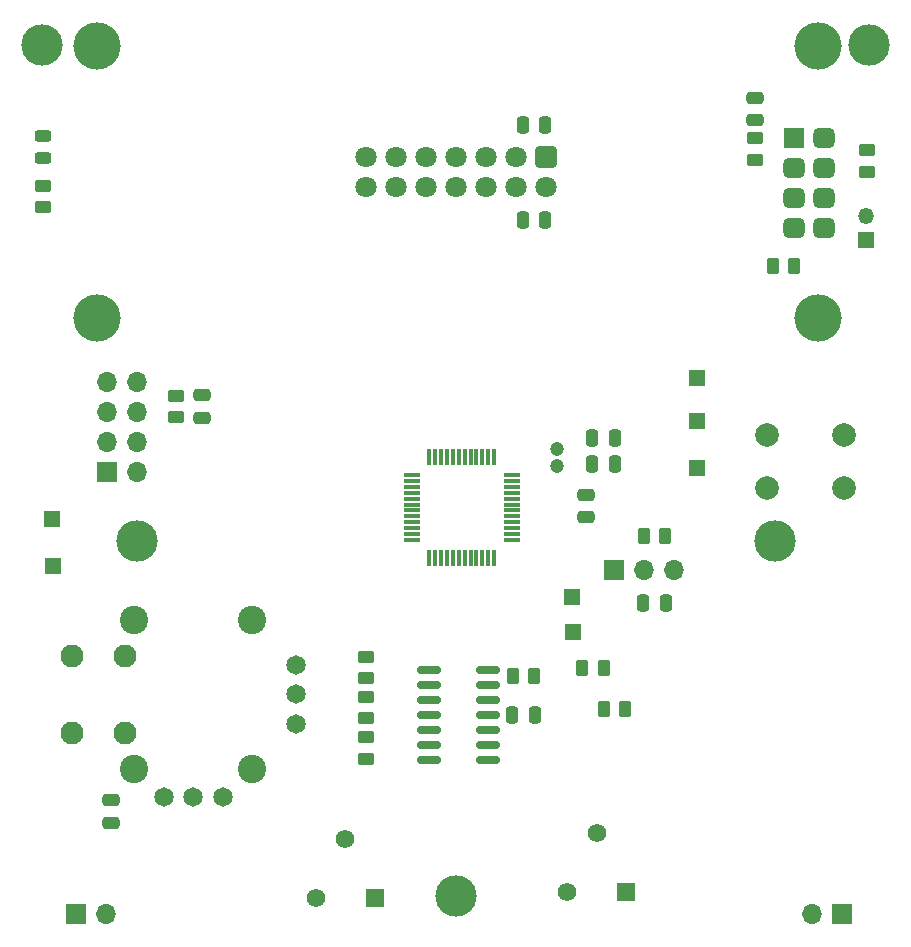
<source format=gbr>
%TF.GenerationSoftware,KiCad,Pcbnew,8.0.9-8.0.9-0~ubuntu22.04.1*%
%TF.CreationDate,2025-03-14T09:47:06+01:00*%
%TF.ProjectId,PROJECTE_MISE,50524f4a-4543-4544-955f-4d4953452e6b,12/03/25*%
%TF.SameCoordinates,Original*%
%TF.FileFunction,Soldermask,Top*%
%TF.FilePolarity,Negative*%
%FSLAX46Y46*%
G04 Gerber Fmt 4.6, Leading zero omitted, Abs format (unit mm)*
G04 Created by KiCad (PCBNEW 8.0.9-8.0.9-0~ubuntu22.04.1) date 2025-03-14 09:47:06*
%MOMM*%
%LPD*%
G01*
G04 APERTURE LIST*
G04 Aperture macros list*
%AMRoundRect*
0 Rectangle with rounded corners*
0 $1 Rounding radius*
0 $2 $3 $4 $5 $6 $7 $8 $9 X,Y pos of 4 corners*
0 Add a 4 corners polygon primitive as box body*
4,1,4,$2,$3,$4,$5,$6,$7,$8,$9,$2,$3,0*
0 Add four circle primitives for the rounded corners*
1,1,$1+$1,$2,$3*
1,1,$1+$1,$4,$5*
1,1,$1+$1,$6,$7*
1,1,$1+$1,$8,$9*
0 Add four rect primitives between the rounded corners*
20,1,$1+$1,$2,$3,$4,$5,0*
20,1,$1+$1,$4,$5,$6,$7,0*
20,1,$1+$1,$6,$7,$8,$9,0*
20,1,$1+$1,$8,$9,$2,$3,0*%
G04 Aperture macros list end*
%ADD10R,1.700000X1.700000*%
%ADD11O,1.700000X1.700000*%
%ADD12R,1.800000X1.700000*%
%ADD13RoundRect,0.425000X-0.475000X-0.425000X0.475000X-0.425000X0.475000X0.425000X-0.475000X0.425000X0*%
%ADD14C,4.000000*%
%ADD15RoundRect,0.250000X0.262500X0.450000X-0.262500X0.450000X-0.262500X-0.450000X0.262500X-0.450000X0*%
%ADD16RoundRect,0.250000X-0.450000X0.262500X-0.450000X-0.262500X0.450000X-0.262500X0.450000X0.262500X0*%
%ADD17RoundRect,0.250000X-0.250000X-0.475000X0.250000X-0.475000X0.250000X0.475000X-0.250000X0.475000X0*%
%ADD18RoundRect,0.250000X0.650000X0.650000X-0.650000X0.650000X-0.650000X-0.650000X0.650000X-0.650000X0*%
%ADD19C,1.800000*%
%ADD20C,3.500000*%
%ADD21RoundRect,0.250000X0.250000X0.475000X-0.250000X0.475000X-0.250000X-0.475000X0.250000X-0.475000X0*%
%ADD22C,1.200000*%
%ADD23RoundRect,0.250000X-0.262500X-0.450000X0.262500X-0.450000X0.262500X0.450000X-0.262500X0.450000X0*%
%ADD24RoundRect,0.250000X0.475000X-0.250000X0.475000X0.250000X-0.475000X0.250000X-0.475000X-0.250000X0*%
%ADD25R,1.350000X1.350000*%
%ADD26RoundRect,0.250000X-0.475000X0.250000X-0.475000X-0.250000X0.475000X-0.250000X0.475000X0.250000X0*%
%ADD27C,2.000000*%
%ADD28R,1.475000X0.300000*%
%ADD29R,0.300000X1.475000*%
%ADD30O,1.350000X1.350000*%
%ADD31RoundRect,0.150000X0.825000X0.150000X-0.825000X0.150000X-0.825000X-0.150000X0.825000X-0.150000X0*%
%ADD32RoundRect,0.243750X0.456250X-0.243750X0.456250X0.243750X-0.456250X0.243750X-0.456250X-0.243750X0*%
%ADD33C,1.650000*%
%ADD34C,1.950000*%
%ADD35C,2.400000*%
%ADD36R,1.560000X1.560000*%
%ADD37C,1.560000*%
G04 APERTURE END LIST*
D10*
%TO.C,R2*%
X74425000Y-136300000D03*
D11*
X76965000Y-136300000D03*
%TD*%
D12*
%TO.C,LCD1*%
X135200000Y-70600000D03*
D13*
X137740000Y-70600000D03*
X135200000Y-73140000D03*
X137740000Y-73140000D03*
X135200000Y-75680000D03*
X137740000Y-75680000D03*
X135200000Y-78220000D03*
X137740000Y-78220000D03*
D14*
X137225000Y-85810000D03*
X76225000Y-85810000D03*
X76225000Y-62810000D03*
X137225000Y-62810000D03*
%TD*%
D15*
%TO.C,R3*%
X124300000Y-104300000D03*
X122475000Y-104300000D03*
%TD*%
D16*
%TO.C,R7*%
X71600000Y-74587500D03*
X71600000Y-76412500D03*
%TD*%
D17*
%TO.C,Cosc2*%
X118100000Y-96000000D03*
X120000000Y-96000000D03*
%TD*%
D16*
%TO.C,R12*%
X99000000Y-117875000D03*
X99000000Y-119700000D03*
%TD*%
D18*
%TO.C,J1*%
X114180000Y-72160000D03*
D19*
X114180000Y-74700000D03*
X111640000Y-72160000D03*
X111640000Y-74700000D03*
X109100000Y-72160000D03*
X109100000Y-74700000D03*
X106560000Y-72160000D03*
X106560000Y-74700000D03*
X104020000Y-72160000D03*
X104020000Y-74700000D03*
X101480000Y-72160000D03*
X101480000Y-74700000D03*
X98940000Y-72160000D03*
X98940000Y-74700000D03*
D20*
X106560000Y-134700000D03*
X79560000Y-104700000D03*
X133560000Y-104700000D03*
X71560000Y-62700000D03*
X141560000Y-62700000D03*
%TD*%
D16*
%TO.C,R11*%
X99000000Y-114475000D03*
X99000000Y-116300000D03*
%TD*%
D21*
%TO.C,C8*%
X114150000Y-77500000D03*
X112250000Y-77500000D03*
%TD*%
D22*
%TO.C,Y2*%
X115150000Y-98300000D03*
X115150000Y-96900000D03*
%TD*%
D23*
%TO.C,R10*%
X111387500Y-116100000D03*
X113212500Y-116100000D03*
%TD*%
D24*
%TO.C,C2*%
X117600000Y-102650000D03*
X117600000Y-100750000D03*
%TD*%
D25*
%TO.C,J3*%
X72500000Y-106800000D03*
%TD*%
D16*
%TO.C,R4*%
X131900000Y-70600000D03*
X131900000Y-72425000D03*
%TD*%
D26*
%TO.C,C4*%
X85100000Y-92350000D03*
X85100000Y-94250000D03*
%TD*%
D25*
%TO.C,J9*%
X127000000Y-90900000D03*
%TD*%
D15*
%TO.C,R9*%
X119112500Y-115400000D03*
X117287500Y-115400000D03*
%TD*%
D16*
%TO.C,R5*%
X141400000Y-71587500D03*
X141400000Y-73412500D03*
%TD*%
D15*
%TO.C,R8*%
X120912500Y-118900000D03*
X119087500Y-118900000D03*
%TD*%
D17*
%TO.C,Cosc1*%
X118100000Y-98200000D03*
X120000000Y-98200000D03*
%TD*%
D27*
%TO.C,SW1*%
X132900000Y-95700000D03*
X139400000Y-95700000D03*
X132900000Y-100200000D03*
X139400000Y-100200000D03*
%TD*%
D28*
%TO.C,IC1*%
X111300000Y-104600000D03*
X111300000Y-104100000D03*
X111300000Y-103600000D03*
X111300000Y-103100000D03*
X111300000Y-102600000D03*
X111300000Y-102100000D03*
X111300000Y-101600000D03*
X111300000Y-101100000D03*
X111300000Y-100600000D03*
X111300000Y-100100000D03*
X111300000Y-99600000D03*
X111300000Y-99100000D03*
D29*
X109812000Y-97612000D03*
X109312000Y-97612000D03*
X108812000Y-97612000D03*
X108312000Y-97612000D03*
X107812000Y-97612000D03*
X107312000Y-97612000D03*
X106812000Y-97612000D03*
X106312000Y-97612000D03*
X105812000Y-97612000D03*
X105312000Y-97612000D03*
X104812000Y-97612000D03*
X104312000Y-97612000D03*
D28*
X102824000Y-99100000D03*
X102824000Y-99600000D03*
X102824000Y-100100000D03*
X102824000Y-100600000D03*
X102824000Y-101100000D03*
X102824000Y-101600000D03*
X102824000Y-102100000D03*
X102824000Y-102600000D03*
X102824000Y-103100000D03*
X102824000Y-103600000D03*
X102824000Y-104100000D03*
X102824000Y-104600000D03*
D29*
X104312000Y-106088000D03*
X104812000Y-106088000D03*
X105312000Y-106088000D03*
X105812000Y-106088000D03*
X106312000Y-106088000D03*
X106812000Y-106088000D03*
X107312000Y-106088000D03*
X107812000Y-106088000D03*
X108312000Y-106088000D03*
X108812000Y-106088000D03*
X109312000Y-106088000D03*
X109812000Y-106088000D03*
%TD*%
D25*
%TO.C,JP1*%
X141300000Y-79200000D03*
D30*
X141300000Y-77200000D03*
%TD*%
D31*
%TO.C,U1*%
X109275000Y-123210000D03*
X109275000Y-121940000D03*
X109275000Y-120670000D03*
X109275000Y-119400000D03*
X109275000Y-118130000D03*
X109275000Y-116860000D03*
X109275000Y-115590000D03*
X104325000Y-115590000D03*
X104325000Y-116860000D03*
X104325000Y-118130000D03*
X104325000Y-119400000D03*
X104325000Y-120670000D03*
X104325000Y-121940000D03*
X104325000Y-123210000D03*
%TD*%
D24*
%TO.C,C3*%
X131900000Y-69050000D03*
X131900000Y-67150000D03*
%TD*%
%TO.C,C5*%
X77400000Y-128550000D03*
X77400000Y-126650000D03*
%TD*%
D25*
%TO.C,J8*%
X127000000Y-94500000D03*
%TD*%
D32*
%TO.C,D1*%
X71600000Y-72237500D03*
X71600000Y-70362500D03*
%TD*%
D25*
%TO.C,J6*%
X72400000Y-102800000D03*
%TD*%
D33*
%TO.C,S1*%
X93075000Y-120162500D03*
X93075000Y-117662500D03*
X93075000Y-115162500D03*
X81845000Y-126392500D03*
X84345000Y-126392500D03*
X86845000Y-126392500D03*
D34*
X78595000Y-114412500D03*
X78595000Y-120912500D03*
X74095000Y-114412500D03*
X74095000Y-120912500D03*
D35*
X89345000Y-123987500D03*
X89345000Y-111337500D03*
X79345000Y-111337500D03*
X79345000Y-123987500D03*
%TD*%
D17*
%TO.C,C1*%
X122450000Y-109900000D03*
X124350000Y-109900000D03*
%TD*%
D10*
%TO.C,R1*%
X139275000Y-136300000D03*
D11*
X136735000Y-136300000D03*
%TD*%
D25*
%TO.C,J5*%
X116400000Y-109400000D03*
%TD*%
D10*
%TO.C,J7*%
X119920000Y-107100000D03*
D11*
X122460000Y-107100000D03*
X125000000Y-107100000D03*
%TD*%
D15*
%TO.C,R6*%
X135212500Y-81400000D03*
X133387500Y-81400000D03*
%TD*%
D10*
%TO.C,J2*%
X77060000Y-98820000D03*
D11*
X79600000Y-98820000D03*
X77060000Y-96280000D03*
X79600000Y-96280000D03*
X77060000Y-93740000D03*
X79600000Y-93740000D03*
X77060000Y-91200000D03*
X79600000Y-91200000D03*
%TD*%
D21*
%TO.C,C6*%
X114150000Y-69500000D03*
X112250000Y-69500000D03*
%TD*%
D16*
%TO.C,R13*%
X99000000Y-121287500D03*
X99000000Y-123112500D03*
%TD*%
D36*
%TO.C,RV1*%
X121000000Y-134440000D03*
D37*
X118500000Y-129440000D03*
X116000000Y-134440000D03*
%TD*%
D25*
%TO.C,J10*%
X127000000Y-98500000D03*
%TD*%
D36*
%TO.C,RV2*%
X99700000Y-134940000D03*
D37*
X97200000Y-129940000D03*
X94700000Y-134940000D03*
%TD*%
D25*
%TO.C,J4*%
X116500000Y-112400000D03*
%TD*%
D16*
%TO.C,R14*%
X82900000Y-92387500D03*
X82900000Y-94212500D03*
%TD*%
D17*
%TO.C,C7*%
X111350000Y-119400000D03*
X113250000Y-119400000D03*
%TD*%
M02*

</source>
